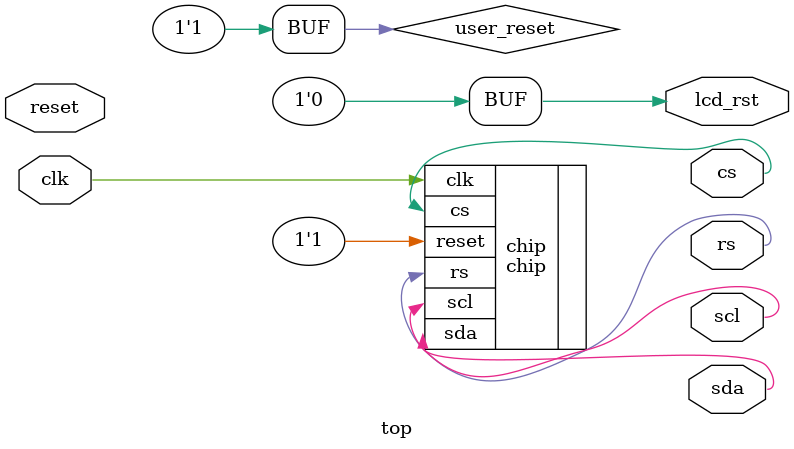
<source format=v>
`include "serialize.v"
`include "clkdivider.v"
`include "lcd.v"
`include "sevensegment.v"
`include "chip.v"

module resetcircuit(input clk, input reset, output reg user_reset);
  reg [15:0] counter = 16'hFFFF;
  reg user_reset = 1;
  
  always @(posedge clk or posedge reset)
  begin
    if (reset) begin 
      counter <= 16'hFFFF;
      user_reset <= 1;
    end else if (user_reset) begin 
      counter <= counter - 1;
      if (counter == 0) user_reset <= 0;
    end
  end
endmodule

module top(input clk, input reset, output sda, output scl, output cs, output rs, output lcd_rst);
  reg user_reset = 1;

  resetcircuit rst(
    .clk,
    .reset,
    .user_reset
  );

  chip chip(
    .clk,
    .reset(user_reset),
    .sda,
    .scl,
    .cs,
    .rs,
  );

  assign lcd_rst = !user_reset;
endmodule

</source>
